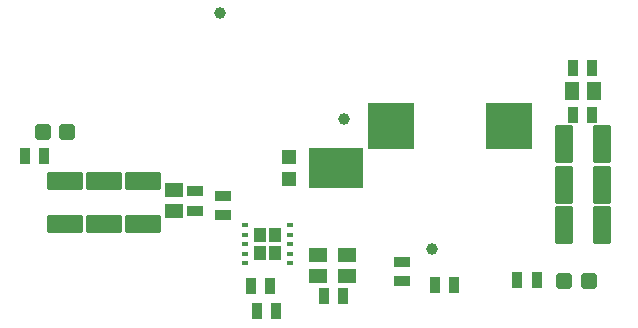
<source format=gbr>
%TF.GenerationSoftware,Altium Limited,Altium Designer,24.2.2 (26)*%
G04 Layer_Color=8421504*
%FSLAX45Y45*%
%MOMM*%
%TF.SameCoordinates,49D751E1-909A-4D1D-99CC-CC6D119DB9C5*%
%TF.FilePolarity,Positive*%
%TF.FileFunction,Paste,Top*%
%TF.Part,Single*%
G01*
G75*
%TA.AperFunction,SMDPad,CuDef*%
%ADD10R,1.30000X1.30000*%
%ADD11R,4.60000X3.40000*%
G04:AMPARAMS|DCode=12|XSize=1.4mm|YSize=0.9mm|CornerRadius=0.0675mm|HoleSize=0mm|Usage=FLASHONLY|Rotation=90.000|XOffset=0mm|YOffset=0mm|HoleType=Round|Shape=RoundedRectangle|*
%AMROUNDEDRECTD12*
21,1,1.40000,0.76500,0,0,90.0*
21,1,1.26500,0.90000,0,0,90.0*
1,1,0.13500,0.38250,0.63250*
1,1,0.13500,0.38250,-0.63250*
1,1,0.13500,-0.38250,-0.63250*
1,1,0.13500,-0.38250,0.63250*
%
%ADD12ROUNDEDRECTD12*%
G04:AMPARAMS|DCode=13|XSize=1.3mm|YSize=1.3mm|CornerRadius=0.13mm|HoleSize=0mm|Usage=FLASHONLY|Rotation=180.000|XOffset=0mm|YOffset=0mm|HoleType=Round|Shape=RoundedRectangle|*
%AMROUNDEDRECTD13*
21,1,1.30000,1.04000,0,0,180.0*
21,1,1.04000,1.30000,0,0,180.0*
1,1,0.26000,-0.52000,0.52000*
1,1,0.26000,0.52000,0.52000*
1,1,0.26000,0.52000,-0.52000*
1,1,0.26000,-0.52000,-0.52000*
%
%ADD13ROUNDEDRECTD13*%
G04:AMPARAMS|DCode=14|XSize=1.6mm|YSize=3.15mm|CornerRadius=0.12mm|HoleSize=0mm|Usage=FLASHONLY|Rotation=180.000|XOffset=0mm|YOffset=0mm|HoleType=Round|Shape=RoundedRectangle|*
%AMROUNDEDRECTD14*
21,1,1.60000,2.91000,0,0,180.0*
21,1,1.36000,3.15000,0,0,180.0*
1,1,0.24000,-0.68000,1.45500*
1,1,0.24000,0.68000,1.45500*
1,1,0.24000,0.68000,-1.45500*
1,1,0.24000,-0.68000,-1.45500*
%
%ADD14ROUNDEDRECTD14*%
G04:AMPARAMS|DCode=15|XSize=1.25mm|YSize=1.6mm|CornerRadius=0.125mm|HoleSize=0mm|Usage=FLASHONLY|Rotation=270.000|XOffset=0mm|YOffset=0mm|HoleType=Round|Shape=RoundedRectangle|*
%AMROUNDEDRECTD15*
21,1,1.25000,1.35000,0,0,270.0*
21,1,1.00000,1.60000,0,0,270.0*
1,1,0.25000,-0.67500,-0.50000*
1,1,0.25000,-0.67500,0.50000*
1,1,0.25000,0.67500,0.50000*
1,1,0.25000,0.67500,-0.50000*
%
%ADD15ROUNDEDRECTD15*%
G04:AMPARAMS|DCode=16|XSize=1.6mm|YSize=3mm|CornerRadius=0.12mm|HoleSize=0mm|Usage=FLASHONLY|Rotation=270.000|XOffset=0mm|YOffset=0mm|HoleType=Round|Shape=RoundedRectangle|*
%AMROUNDEDRECTD16*
21,1,1.60000,2.76000,0,0,270.0*
21,1,1.36000,3.00000,0,0,270.0*
1,1,0.24000,-1.38000,-0.68000*
1,1,0.24000,-1.38000,0.68000*
1,1,0.24000,1.38000,0.68000*
1,1,0.24000,1.38000,-0.68000*
%
%ADD16ROUNDEDRECTD16*%
G04:AMPARAMS|DCode=17|XSize=1.4mm|YSize=0.9mm|CornerRadius=0.0675mm|HoleSize=0mm|Usage=FLASHONLY|Rotation=0.000|XOffset=0mm|YOffset=0mm|HoleType=Round|Shape=RoundedRectangle|*
%AMROUNDEDRECTD17*
21,1,1.40000,0.76500,0,0,0.0*
21,1,1.26500,0.90000,0,0,0.0*
1,1,0.13500,0.63250,-0.38250*
1,1,0.13500,-0.63250,-0.38250*
1,1,0.13500,-0.63250,0.38250*
1,1,0.13500,0.63250,0.38250*
%
%ADD17ROUNDEDRECTD17*%
%ADD18R,4.00000X4.00000*%
%ADD19R,0.60000X0.30000*%
%ADD21C,1.00000*%
G04:AMPARAMS|DCode=22|XSize=1.25mm|YSize=1.6mm|CornerRadius=0.125mm|HoleSize=0mm|Usage=FLASHONLY|Rotation=180.000|XOffset=0mm|YOffset=0mm|HoleType=Round|Shape=RoundedRectangle|*
%AMROUNDEDRECTD22*
21,1,1.25000,1.35000,0,0,180.0*
21,1,1.00000,1.60000,0,0,180.0*
1,1,0.25000,-0.50000,0.67500*
1,1,0.25000,0.50000,0.67500*
1,1,0.25000,0.50000,-0.67500*
1,1,0.25000,-0.50000,-0.67500*
%
%ADD22ROUNDEDRECTD22*%
%TA.AperFunction,NonConductor*%
%ADD56R,1.05000X1.30000*%
%TA.AperFunction,SMDPad,CuDef*%
%ADD57R,0.11000X0.51000*%
D10*
X2957230Y-3275994D02*
D03*
Y-3089994D02*
D03*
D11*
X3352230Y-3182994D02*
D03*
D12*
X5053280Y-4135120D02*
D03*
X4888280D02*
D03*
X3414040Y-4271588D02*
D03*
X3249040D02*
D03*
X717600Y-3083560D02*
D03*
X882600D02*
D03*
X2683560Y-4394200D02*
D03*
X2848560D02*
D03*
X4191000Y-4173220D02*
D03*
X4356000D02*
D03*
X5523180Y-2733040D02*
D03*
X5358180D02*
D03*
Y-2339340D02*
D03*
X5523180D02*
D03*
X2630220Y-4185920D02*
D03*
X2795220D02*
D03*
D13*
X5494880Y-4142740D02*
D03*
X5284880D02*
D03*
X1080360Y-2882900D02*
D03*
X870360D02*
D03*
D14*
X5608260Y-3670300D02*
D03*
X5283260D02*
D03*
X5605720Y-3327400D02*
D03*
X5280720D02*
D03*
X5605720Y-2984500D02*
D03*
X5280720D02*
D03*
D15*
X3204285Y-3918288D02*
D03*
Y-4097287D02*
D03*
X3443045Y-3918288D02*
D03*
Y-4097287D02*
D03*
X1983740Y-3548980D02*
D03*
Y-3369980D02*
D03*
D16*
X1056640Y-3657260D02*
D03*
Y-3297260D02*
D03*
X1717040Y-3657260D02*
D03*
Y-3297260D02*
D03*
X1386840Y-3657260D02*
D03*
Y-3297260D02*
D03*
D17*
X2161540Y-3382060D02*
D03*
Y-3547060D02*
D03*
X2395933Y-3586201D02*
D03*
Y-3421201D02*
D03*
X3916680Y-4142650D02*
D03*
Y-3977650D02*
D03*
D18*
X3820920Y-2829560D02*
D03*
X4820920D02*
D03*
D19*
X2963680Y-3670320D02*
D03*
X2583680D02*
D03*
Y-3750320D02*
D03*
Y-3830320D02*
D03*
Y-3910320D02*
D03*
Y-3990320D02*
D03*
X2963680Y-3750320D02*
D03*
Y-3830320D02*
D03*
Y-3910320D02*
D03*
Y-3990320D02*
D03*
D21*
X3418840Y-2771140D02*
D03*
X4170680Y-3868420D02*
D03*
X2369820Y-1874520D02*
D03*
D22*
X5535260Y-2537460D02*
D03*
X5356260D02*
D03*
D56*
X2711180Y-3755320D02*
D03*
Y-3905320D02*
D03*
X2836180Y-3755320D02*
D03*
Y-3905320D02*
D03*
D57*
X2773680Y-3830320D02*
D03*
%TF.MD5,eb51b9ae86b29b052db28a05ea4d57ce*%
M02*

</source>
